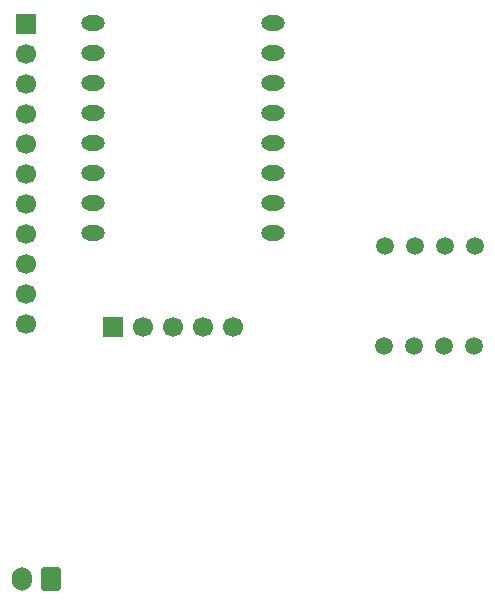
<source format=gbs>
%TF.GenerationSoftware,KiCad,Pcbnew,9.0.7*%
%TF.CreationDate,2026-02-24T20:15:18+00:00*%
%TF.ProjectId,AD5M,4144354d-2e6b-4696-9361-645f70636258,rev?*%
%TF.SameCoordinates,Original*%
%TF.FileFunction,Soldermask,Bot*%
%TF.FilePolarity,Negative*%
%FSLAX46Y46*%
G04 Gerber Fmt 4.6, Leading zero omitted, Abs format (unit mm)*
G04 Created by KiCad (PCBNEW 9.0.7) date 2026-02-24 20:15:18*
%MOMM*%
%LPD*%
G01*
G04 APERTURE LIST*
G04 Aperture macros list*
%AMRoundRect*
0 Rectangle with rounded corners*
0 $1 Rounding radius*
0 $2 $3 $4 $5 $6 $7 $8 $9 X,Y pos of 4 corners*
0 Add a 4 corners polygon primitive as box body*
4,1,4,$2,$3,$4,$5,$6,$7,$8,$9,$2,$3,0*
0 Add four circle primitives for the rounded corners*
1,1,$1+$1,$2,$3*
1,1,$1+$1,$4,$5*
1,1,$1+$1,$6,$7*
1,1,$1+$1,$8,$9*
0 Add four rect primitives between the rounded corners*
20,1,$1+$1,$2,$3,$4,$5,0*
20,1,$1+$1,$4,$5,$6,$7,0*
20,1,$1+$1,$6,$7,$8,$9,0*
20,1,$1+$1,$8,$9,$2,$3,0*%
G04 Aperture macros list end*
%ADD10R,1.700000X1.700000*%
%ADD11C,1.700000*%
%ADD12C,1.500000*%
%ADD13RoundRect,0.250000X0.600000X0.750000X-0.600000X0.750000X-0.600000X-0.750000X0.600000X-0.750000X0*%
%ADD14O,1.700000X2.000000*%
%ADD15O,2.000000X1.300000*%
G04 APERTURE END LIST*
D10*
%TO.C,J3*%
X160430000Y-72350000D03*
D11*
X162970000Y-72350000D03*
X165510000Y-72350000D03*
X168050000Y-72350000D03*
X170590000Y-72350000D03*
%TD*%
D12*
%TO.C,U6*%
X183430000Y-65500000D03*
X185970000Y-65500000D03*
X188510000Y-65500000D03*
X191050000Y-65500000D03*
%TD*%
%TO.C,U5*%
X190990000Y-73950000D03*
X188450000Y-73950000D03*
X185910000Y-73950000D03*
X183370000Y-73950000D03*
%TD*%
D13*
%TO.C,J1*%
X155200000Y-93675000D03*
D14*
X152700000Y-93675000D03*
%TD*%
D10*
%TO.C,J2*%
X153050000Y-46710000D03*
D11*
X153050000Y-49250000D03*
X153050000Y-51790000D03*
X153050000Y-54330000D03*
X153050000Y-56870000D03*
X153050000Y-59410000D03*
X153050000Y-61950000D03*
X153050000Y-64490000D03*
X153050000Y-67030000D03*
X153050000Y-69570000D03*
X153050000Y-72110000D03*
%TD*%
D15*
%TO.C,U2*%
X158750000Y-46660000D03*
X158750000Y-49200000D03*
X158750000Y-51740000D03*
X158750000Y-54280000D03*
X158750000Y-56820000D03*
X158750000Y-59360000D03*
X158750000Y-61900000D03*
X158750000Y-64440000D03*
X173950000Y-64440000D03*
X173950000Y-61900000D03*
X173950000Y-59360000D03*
X173950000Y-56820000D03*
X173950000Y-54280000D03*
X173950000Y-51740000D03*
X173950000Y-49200000D03*
X173950000Y-46660000D03*
%TD*%
M02*

</source>
